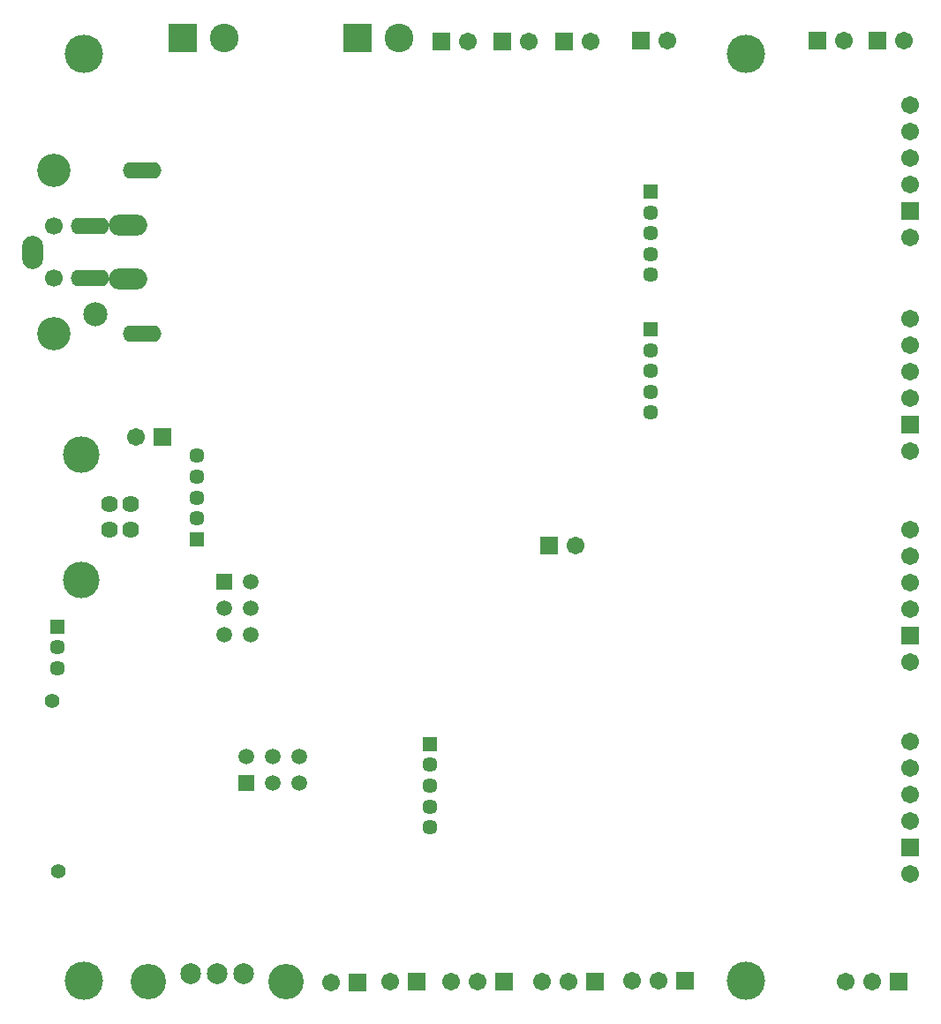
<source format=gbr>
G04 DipTrace Beta 2.3.5.2*
%INBottomMask.gbr*%
%MOIN*%
%ADD44R,0.0591X0.0591*%
%ADD46C,0.0591*%
%ADD100C,0.0669*%
%ADD101C,0.1339*%
%ADD102C,0.145*%
%ADD155C,0.0553*%
%ADD173C,0.0572*%
%ADD175C,0.0572*%
%ADD177R,0.0572X0.0572*%
%ADD199C,0.0785*%
%ADD201C,0.108*%
%ADD205R,0.108X0.108*%
%ADD207C,0.0671*%
%ADD209C,0.0671*%
%ADD211R,0.0671X0.0671*%
%ADD215C,0.138*%
%ADD219C,0.0639*%
%ADD223C,0.0907*%
%ADD227C,0.1261*%
%ADD229O,0.1458X0.0789*%
%ADD233O,0.1458X0.0632*%
%ADD237O,0.0789X0.1261*%
%FSLAX44Y44*%
G04*
G70*
G90*
G75*
G01*
%LNBotMask*%
%LPD*%
D237*
X4531Y33940D3*
D233*
X6696Y34924D3*
D229*
X8133Y32917D3*
Y34964D3*
D233*
X6696Y32956D3*
D227*
X5318Y30869D3*
Y37011D3*
D233*
X8664Y30869D3*
Y37011D3*
D223*
X6893Y31578D3*
D100*
X5318Y34924D3*
Y32956D3*
D219*
X8226Y23448D3*
Y24432D3*
X7438D3*
Y23448D3*
D215*
X6371Y26310D3*
Y21570D3*
D211*
X37660Y35490D3*
D207*
Y36490D3*
Y37490D3*
Y38490D3*
D211*
Y27430D3*
D207*
Y28430D3*
Y29430D3*
Y30430D3*
D211*
X37647Y19449D3*
D207*
Y20449D3*
Y21449D3*
Y22449D3*
D211*
X37650Y11470D3*
D207*
Y12470D3*
Y13470D3*
Y14470D3*
D205*
X10180Y42020D3*
D201*
X11740D3*
D205*
X16790D3*
D201*
X18350D3*
D211*
X19950Y41890D3*
D207*
X20950D3*
D211*
X37230Y6390D3*
D207*
X36230D3*
X35230D3*
D211*
X29140Y6420D3*
D207*
X28140D3*
X27140D3*
D211*
X25770Y6390D3*
D207*
X24770D3*
X23770D3*
D211*
X22310D3*
D207*
X21310D3*
X20310D3*
D211*
X19030Y6380D3*
D207*
X18030D3*
D211*
X16800Y6370D3*
D207*
X15800D3*
D199*
X12490Y6690D3*
X11490D3*
X10490D3*
D101*
X14089Y6391D3*
X8892D3*
D211*
X24590Y41910D3*
D207*
X25590D3*
D211*
X22260D3*
D207*
X23260D3*
D211*
X36430Y41930D3*
D207*
X37430D3*
D211*
X34170Y41920D3*
D207*
X35170D3*
D211*
X27500Y41930D3*
D207*
X28500D3*
D102*
X6440Y6440D3*
X31440D3*
Y41440D3*
X6440D3*
D177*
X27840Y31030D3*
D173*
Y30243D3*
Y29455D3*
D175*
Y28668D3*
Y27881D3*
D177*
Y36230D3*
D173*
Y35443D3*
Y34655D3*
D175*
Y33868D3*
Y33081D3*
D177*
X5460Y19810D3*
D173*
Y19021D3*
Y18232D3*
D177*
X10715Y23100D3*
D173*
Y23888D3*
Y24675D3*
D175*
Y25462D3*
Y26250D3*
D44*
X11740Y21490D3*
D46*
X12740D3*
X11740Y20490D3*
X12740D3*
X11740Y19490D3*
X12740D3*
D211*
X24015Y22865D3*
D207*
X25015D3*
D44*
X12605Y13895D3*
D46*
Y14895D3*
X13605Y13895D3*
Y14895D3*
X14605Y13895D3*
Y14895D3*
D211*
X9420Y26960D3*
D207*
X8420D3*
D177*
X19520Y15370D3*
D173*
Y14583D3*
Y13795D3*
D175*
Y13008D3*
Y12221D3*
D209*
X37663Y34485D3*
Y39495D3*
Y26425D3*
Y31435D3*
X37651Y18445D3*
Y23455D3*
X37653Y10465D3*
Y15475D3*
D155*
X5260Y17000D3*
X5490Y10570D3*
M02*

</source>
